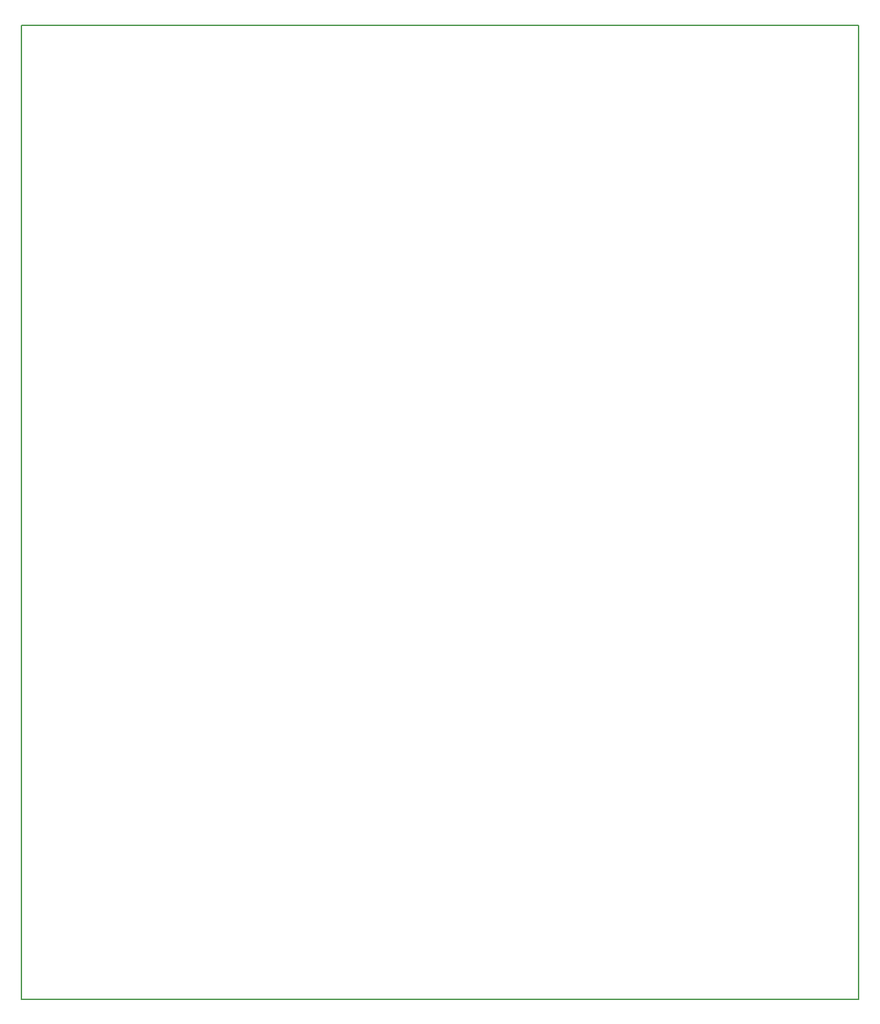
<source format=gm1>
G04 #@! TF.GenerationSoftware,KiCad,Pcbnew,(5.0.2)-1*
G04 #@! TF.CreationDate,2019-02-23T14:57:53-07:00*
G04 #@! TF.ProjectId,MinesRobotics_PDB,4d696e65-7352-46f6-926f-746963735f50,rev?*
G04 #@! TF.SameCoordinates,Original*
G04 #@! TF.FileFunction,Profile,NP*
%FSLAX46Y46*%
G04 Gerber Fmt 4.6, Leading zero omitted, Abs format (unit mm)*
G04 Created by KiCad (PCBNEW (5.0.2)-1) date 2/23/2019 2:57:53 PM*
%MOMM*%
%LPD*%
G01*
G04 APERTURE LIST*
%ADD10C,0.150000*%
G04 APERTURE END LIST*
D10*
X43180000Y-167640000D02*
X43180000Y-40640000D01*
X152400000Y-167640000D02*
X43180000Y-167640000D01*
X152400000Y-40640000D02*
X152400000Y-167640000D01*
X43180000Y-40640000D02*
X152400000Y-40640000D01*
M02*

</source>
